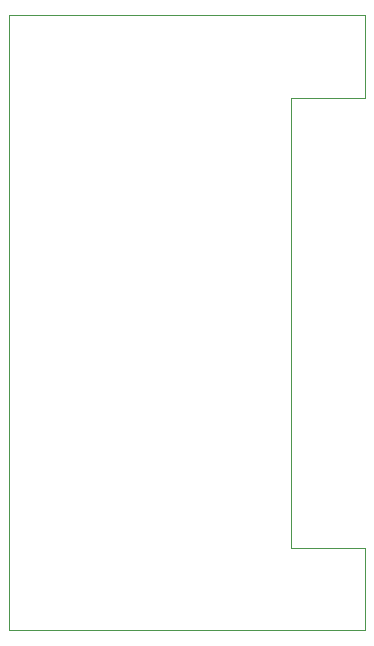
<source format=gm1>
G04 #@! TF.GenerationSoftware,KiCad,Pcbnew,(5.1.5)-3*
G04 #@! TF.CreationDate,2020-11-06T17:50:15+03:00*
G04 #@! TF.ProjectId,P_supply,505f7375-7070-46c7-992e-6b696361645f,rev?*
G04 #@! TF.SameCoordinates,Original*
G04 #@! TF.FileFunction,Profile,NP*
%FSLAX46Y46*%
G04 Gerber Fmt 4.6, Leading zero omitted, Abs format (unit mm)*
G04 Created by KiCad (PCBNEW (5.1.5)-3) date 2020-11-06 17:50:15*
%MOMM*%
%LPD*%
G04 APERTURE LIST*
%ADD10C,0.050000*%
G04 APERTURE END LIST*
D10*
X78486000Y-104394000D02*
X78486000Y-52324000D01*
X108585000Y-52324000D02*
X78486000Y-52324000D01*
X108585000Y-59309000D02*
X108585000Y-52324000D01*
X102362000Y-59309000D02*
X108585000Y-59309000D01*
X102362000Y-97409000D02*
X102362000Y-59309000D01*
X108585000Y-97409000D02*
X102362000Y-97409000D01*
X108585000Y-104394000D02*
X108585000Y-97409000D01*
X78486000Y-104394000D02*
X108585000Y-104394000D01*
M02*

</source>
